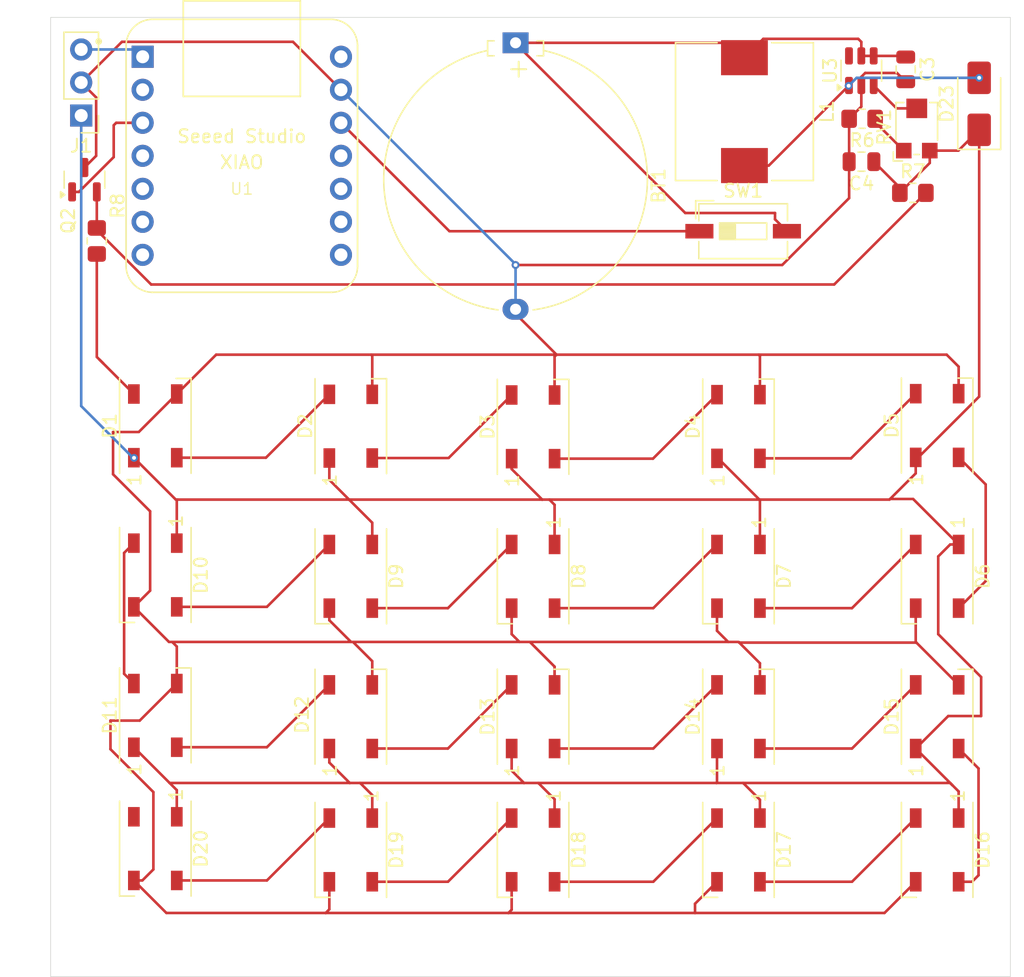
<source format=kicad_pcb>
(kicad_pcb (version 20240108) (generator "pcbnew") (generator_version "8.0")
  (layers (0 "F.Cu" signal) (31 "B.Cu" signal) (34 "B.Paste" user) (35 "F.Paste" user) (36 "B.SilkS" user "B.Silkscreen") (37 "F.SilkS" user "F.Silkscreen") (38 "B.Mask" user) (39 "F.Mask" user) (44 "Edge.Cuts" user))
  (net 0 "")
  (net 1 "GND")
  (net 2 "+3V8")
  (net 3 "+5V")
  (net 4 "Net-(D1-DOUT)")
  (net 5 "DIN")
  (net 6 "Net-(D2-DOUT)")
  (net 7 "Net-(D3-DOUT)")
  (net 8 "Net-(D4-DOUT)")
  (net 9 "Net-(D5-DOUT)")
  (net 10 "Net-(D6-DOUT)")
  (net 11 "Net-(D7-DOUT)")
  (net 12 "Net-(D8-DOUT)")
  (net 13 "Net-(D10-DIN)")
  (net 14 "Net-(D10-DOUT)")
  (net 15 "Net-(D11-DOUT)")
  (net 16 "Net-(D12-DOUT)")
  (net 17 "Net-(D13-DOUT)")
  (net 18 "Net-(D14-DOUT)")
  (net 19 "Net-(D15-DOUT)")
  (net 20 "Net-(D16-DOUT)")
  (net 21 "Net-(D17-DOUT)")
  (net 22 "Net-(D23-A)")
  (net 23 "Net-(Q2-G)")
  (net 24 "Net-(Q2-S)")
  (net 25 "Net-(R6-Pad1)")
  (net 26 "Net-(U3-FB)")
  (net 32 "Net-(SW1-B)")
  (net 34 "Net-(J1-Pin_3)")
  (net 40 "Net-(D18-DOUT)")
  (net 41 "Net-(D19-DOUT)")
  (footprint "LED_SMD:LED_WS2812B_PLCC4_5.0x5.0mm_P3.2mm" (layer "F.Cu") (at 123.58 102.75 90)
    (property "Reference" "D12" (at 0.15 -3.75 90) (layer "F.SilkS"))
    (property "Value" "WS2812B")
    (fp_text user "1" (at -4.15 -1.6 90) (layer "F.SilkS"))
    (pad "1" smd rect (at -2.45 -1.65 90) (size 1.5 0.9) (layers "F.Cu" "F.Paste" "F.Mask") (net 3 "+5V"))
    (pad "2" smd rect (at -2.45 1.65 90) (size 1.5 0.9) (layers "F.Cu" "F.Paste" "F.Mask") (net 16 "Net-(D12-DOUT)"))
    (pad "3" smd rect (at 2.45 1.65 90) (size 1.5 0.9) (layers "F.Cu" "F.Paste" "F.Mask") (net 1 "GND"))
    (pad "4" smd rect (at 2.45 -1.65 90) (size 1.5 0.9) (layers "F.Cu" "F.Paste" "F.Mask") (net 15 "Net-(D11-DOUT)"))
  )
  (footprint "LED_SMD:LED_WS2812B_PLCC4_5.0x5.0mm_P3.2mm" (layer "F.Cu") (at 168.67 80.35 90)
    (property "Reference" "D5" (at 0 -3.5 90) (layer "F.SilkS"))
    (property "Value" "WS2812B")
    (fp_text user "1" (at -4.15 -1.6 90) (layer "F.SilkS"))
    (pad "1" smd rect (at -2.45 -1.65 90) (size 1.5 0.9) (layers "F.Cu" "F.Paste" "F.Mask") (net 3 "+5V"))
    (pad "2" smd rect (at -2.45 1.65 90) (size 1.5 0.9) (layers "F.Cu" "F.Paste" "F.Mask") (net 9 "Net-(D5-DOUT)"))
    (pad "3" smd rect (at 2.45 1.65 90) (size 1.5 0.9) (layers "F.Cu" "F.Paste" "F.Mask") (net 1 "GND"))
    (pad "4" smd rect (at 2.45 -1.65 90) (size 1.5 0.9) (layers "F.Cu" "F.Paste" "F.Mask") (net 8 "Net-(D4-DOUT)"))
  )
  (footprint "Connector_PinHeader_2.54mm:PinHeader_1x03_P2.54mm_Vertical" (layer "F.Cu") (at 102.85 56.5 180)
    (property "Reference" "J1" (at 0 -2.33 0) (layer "F.SilkS"))
    (property "Value" "Conn_01x03_Pin")
    (pad "1" thru_hole rect (at 0 0 180) (size 1.7 1.7) (drill 1) (layers "*.Cu" "*.Mask") (net 3 "+5V"))
    (pad "2" thru_hole oval (at 0 2.54 180) (size 1.7 1.7) (drill 1) (layers "*.Cu" "*.Mask") (net 1 "GND"))
    (pad "3" thru_hole oval (at 0 5.08 180) (size 1.7 1.7) (drill 1) (layers "*.Cu" "*.Mask") (net 34 "Net-(J1-Pin_3)"))
  )
  (footprint "Package_TO_SOT_SMD:SOT-23-6" (layer "F.Cu") (at 162.8375 53.05 90)
    (property "Reference" "U3" (at 0 -2.4 90) (layer "F.SilkS"))
    (property "Value" "MT3608")
    (pad "1" smd roundrect (at -1.1375 -0.95 90) (size 1.325 0.6) (layers "F.Cu" "F.Paste" "F.Mask") (net 22 "Net-(D23-A)"))
    (pad "2" smd roundrect (at -1.1375 0 90) (size 1.325 0.6) (layers "F.Cu" "F.Paste" "F.Mask") (net 1 "GND"))
    (pad "3" smd roundrect (at -1.1375 0.95 90) (size 1.325 0.6) (layers "F.Cu" "F.Paste" "F.Mask") (net 26 "Net-(U3-FB)"))
    (pad "4" smd roundrect (at 1.1375 0.95 90) (size 1.325 0.6) (layers "F.Cu" "F.Paste" "F.Mask") (net 2 "+3V8"))
    (pad "5" smd roundrect (at 1.1375 0 90) (size 1.325 0.6) (layers "F.Cu" "F.Paste" "F.Mask") (net 2 "+3V8"))
    (pad "6" smd roundrect (at 1.1375 -0.95 90) (size 1.325 0.6) (layers "F.Cu" "F.Paste" "F.Mask"))
  )
  (footprint "Resistor_SMD:R_0805_2012Metric_Pad1.20x1.40mm_HandSolder" (layer "F.Cu") (at 166.8 62.45)
    (property "Reference" "R7" (at 0 -1.65 0) (layer "F.SilkS"))
    (property "Value" "10k")
    (pad "1" smd roundrect (at -1 0) (size 1.2 1.4) (layers "F.Cu" "F.Paste" "F.Mask") (roundrect_rratio 0.208333) (net 3 "+5V"))
    (pad "2" smd roundrect (at 1 0) (size 1.2 1.4) (layers "F.Cu" "F.Paste" "F.Mask") (roundrect_rratio 0.208333) (net 24 "Net-(Q2-S)"))
  )
  (footprint "LED_SMD:LED_WS2812B_PLCC4_5.0x5.0mm_P3.2mm" (layer "F.Cu") (at 108.55 80.375 90)
    (property "Reference" "D1" (at 0 -3.5 90) (layer "F.SilkS"))
    (property "Value" "WS2812B")
    (fp_text user "1" (at -4.15 -1.6 90) (layer "F.SilkS"))
    (pad "1" smd rect (at -2.45 -1.65 90) (size 1.5 0.9) (layers "F.Cu" "F.Paste" "F.Mask") (net 3 "+5V"))
    (pad "2" smd rect (at -2.45 1.65 90) (size 1.5 0.9) (layers "F.Cu" "F.Paste" "F.Mask") (net 4 "Net-(D1-DOUT)"))
    (pad "3" smd rect (at 2.45 1.65 90) (size 1.5 0.9) (layers "F.Cu" "F.Paste" "F.Mask") (net 1 "GND"))
    (pad "4" smd rect (at 2.45 -1.65 90) (size 1.5 0.9) (layers "F.Cu" "F.Paste" "F.Mask") (net 5 "DIN"))
  )
  (footprint "LED_SMD:LED_WS2812B_PLCC4_5.0x5.0mm_P3.2mm" (layer "F.Cu") (at 123.58 113 -90)
    (property "Reference" "D19" (at 0 -3.5 90) (layer "F.SilkS"))
    (property "Value" "WS2812B")
    (fp_text user "1" (at -4.15 -1.6 90) (layer "F.SilkS"))
    (pad "1" smd rect (at -2.45 -1.65 270) (size 1.5 0.9) (layers "F.Cu" "F.Paste" "F.Mask") (net 3 "+5V"))
    (pad "2" smd rect (at -2.45 1.65 270) (size 1.5 0.9) (layers "F.Cu" "F.Paste" "F.Mask") (net 41 "Net-(D19-DOUT)"))
    (pad "3" smd rect (at 2.45 1.65 270) (size 1.5 0.9) (layers "F.Cu" "F.Paste" "F.Mask") (net 1 "GND"))
    (pad "4" smd rect (at 2.45 -1.65 270) (size 1.5 0.9) (layers "F.Cu" "F.Paste" "F.Mask") (net 40 "Net-(D18-DOUT)"))
  )
  (footprint "LED_SMD:LED_WS2812B_PLCC4_5.0x5.0mm_P3.2mm" (layer "F.Cu") (at 137.6 80.45 90)
    (property "Reference" "D3" (at 0 -3.5 90) (layer "F.SilkS"))
    (property "Value" "WS2812B")
    (fp_text user "1" (at -4.15 -1.6 90) (layer "F.SilkS"))
    (pad "1" smd rect (at -2.45 -1.65 90) (size 1.5 0.9) (layers "F.Cu" "F.Paste" "F.Mask") (net 3 "+5V"))
    (pad "2" smd rect (at -2.45 1.65 90) (size 1.5 0.9) (layers "F.Cu" "F.Paste" "F.Mask") (net 7 "Net-(D3-DOUT)"))
    (pad "3" smd rect (at 2.45 1.65 90) (size 1.5 0.9) (layers "F.Cu" "F.Paste" "F.Mask") (net 1 "GND"))
    (pad "4" smd rect (at 2.45 -1.65 90) (size 1.5 0.9) (layers "F.Cu" "F.Paste" "F.Mask") (net 6 "Net-(D2-DOUT)"))
  )
  (footprint "Resistor_SMD:R_0805_2012Metric_Pad1.20x1.40mm_HandSolder" (layer "F.Cu") (at 104.05 66.15 -90)
    (property "Reference" "R8" (at -2.7 -1.6 90) (layer "F.SilkS"))
    (property "Value" "100")
    (pad "1" smd roundrect (at -1 0 270) (size 1.2 1.4) (layers "F.Cu" "F.Paste" "F.Mask") (roundrect_rratio 0.208333) (net 24 "Net-(Q2-S)"))
    (pad "2" smd roundrect (at 1 0 270) (size 1.2 1.4) (layers "F.Cu" "F.Paste" "F.Mask") (roundrect_rratio 0.208333) (net 5 "DIN"))
  )
  (footprint "Capacitor_SMD:C_0805_2012Metric" (layer "F.Cu") (at 166.25 52.95 -90)
    (property "Reference" "C3" (at 0 -1.68 90) (layer "F.SilkS"))
    (property "Value" "22uf")
    (pad "1" smd roundrect (at -0.95 0 270) (size 1 1.45) (layers "F.Cu" "F.Paste" "F.Mask") (net 2 "+3V8"))
    (pad "2" smd roundrect (at 0.95 0 270) (size 1 1.45) (layers "F.Cu" "F.Paste" "F.Mask") (net 1 "GND"))
  )
  (footprint "Potentiometer_SMD:Potentiometer_Bourns_TC33X_Vertical" (layer "F.Cu") (at 167.1 57.4 90)
    (property "Reference" "RV1" (at 0 -2.5 90) (layer "F.SilkS"))
    (property "Value" "100k")
    (pad "1" smd rect (at -1.8 -1 90) (size 1.2 1.2) (layers "F.Cu" "F.Paste" "F.Mask") (net 25 "Net-(R6-Pad1)"))
    (pad "2" smd rect (at 1.45 0 90) (size 1.5 1.6) (layers "F.Cu" "F.Paste" "F.Mask") (net 26 "Net-(U3-FB)"))
    (pad "3" smd rect (at -1.8 1 90) (size 1.2 1.2) (layers "F.Cu" "F.Paste" "F.Mask") (net 3 "+5V"))
  )
  (footprint "Capacitor_SMD:C_0805_2012Metric" (layer "F.Cu") (at 162.85 60.05 180)
    (property "Reference" "C4" (at 0 -1.68 0) (layer "F.SilkS"))
    (property "Value" "22uf")
    (pad "1" smd roundrect (at -0.95 0 180) (size 1 1.45) (layers "F.Cu" "F.Paste" "F.Mask") (net 3 "+5V"))
    (pad "2" smd roundrect (at 0.95 0 180) (size 1 1.45) (layers "F.Cu" "F.Paste" "F.Mask") (net 1 "GND"))
  )
  (footprint "LED_SMD:LED_WS2812B_PLCC4_5.0x5.0mm_P3.2mm" (layer "F.Cu") (at 168.67 91.95 -90)
    (property "Reference" "D6" (at 0 -3.5 90) (layer "F.SilkS"))
    (property "Value" "WS2812B")
    (fp_text user "1" (at -4.15 -1.6 90) (layer "F.SilkS"))
    (pad "1" smd rect (at -2.45 -1.65 270) (size 1.5 0.9) (layers "F.Cu" "F.Paste" "F.Mask") (net 3 "+5V"))
    (pad "2" smd rect (at -2.45 1.65 270) (size 1.5 0.9) (layers "F.Cu" "F.Paste" "F.Mask") (net 10 "Net-(D6-DOUT)"))
    (pad "3" smd rect (at 2.45 1.65 270) (size 1.5 0.9) (layers "F.Cu" "F.Paste" "F.Mask") (net 1 "GND"))
    (pad "4" smd rect (at 2.45 -1.65 270) (size 1.5 0.9) (layers "F.Cu" "F.Paste" "F.Mask") (net 9 "Net-(D5-DOUT)"))
  )
  (footprint "LED_SMD:LED_WS2812B_PLCC4_5.0x5.0mm_P3.2mm" (layer "F.Cu") (at 108.55 91.85 -90)
    (property "Reference" "D10" (at 0 -3.5 90) (layer "F.SilkS"))
    (property "Value" "WS2812B")
    (fp_text user "1" (at -4.15 -1.6 90) (layer "F.SilkS"))
    (pad "1" smd rect (at -2.45 -1.65 270) (size 1.5 0.9) (layers "F.Cu" "F.Paste" "F.Mask") (net 3 "+5V"))
    (pad "2" smd rect (at -2.45 1.65 270) (size 1.5 0.9) (layers "F.Cu" "F.Paste" "F.Mask") (net 14 "Net-(D10-DOUT)"))
    (pad "3" smd rect (at 2.45 1.65 270) (size 1.5 0.9) (layers "F.Cu" "F.Paste" "F.Mask") (net 1 "GND"))
    (pad "4" smd rect (at 2.45 -1.65 270) (size 1.5 0.9) (layers "F.Cu" "F.Paste" "F.Mask") (net 13 "Net-(D10-DIN)"))
  )
  (footprint "Button_Switch_SMD:SW_DIP_SPSTx01_Slide_6.7x4.1mm_W6.73mm_P2.54mm_LowProfile_JPin" (layer "F.Cu") (at 153.75 65.4)
    (property "Reference" "SW1" (at 0 -3.11 0) (layer "F.SilkS"))
    (property "Value" "SW_SPDT_312")
    (pad "1" smd rect (at -3.365 0) (size 2.16 1.12) (layers "F.Cu" "F.Paste" "F.Mask") (net 32 "Net-(SW1-B)"))
    (pad "2" smd rect (at 3.365 0) (size 2.16 1.12) (layers "F.Cu" "F.Paste" "F.Mask") (net 2 "+3V8"))
  )
  (footprint "LED_SMD:LED_WS2812B_PLCC4_5.0x5.0mm_P3.2mm" (layer "F.Cu") (at 108.55 112.9 -90)
    (property "Reference" "D20" (at 0 -3.5 90) (layer "F.SilkS"))
    (property "Value" "WS2812B")
    (fp_text user "1" (at -4.15 -1.6 90) (layer "F.SilkS"))
    (pad "1" smd rect (at -2.45 -1.65 270) (size 1.5 0.9) (layers "F.Cu" "F.Paste" "F.Mask") (net 3 "+5V"))
    (pad "2" smd rect (at -2.45 1.65 270) (size 1.5 0.9) (layers "F.Cu" "F.Paste" "F.Mask"))
    (pad "3" smd rect (at 2.45 1.65 270) (size 1.5 0.9) (layers "F.Cu" "F.Paste" "F.Mask") (net 1 "GND"))
    (pad "4" smd rect (at 2.45 -1.65 270) (size 1.5 0.9) (layers "F.Cu" "F.Paste" "F.Mask") (net 41 "Net-(D19-DOUT)"))
  )
  (footprint "LED_SMD:LED_WS2812B_PLCC4_5.0x5.0mm_P3.2mm" (layer "F.Cu") (at 168.67 102.75 90)
    (property "Reference" "D15" (at 0 -3.5 90) (layer "F.SilkS"))
    (property "Value" "WS2812B")
    (fp_text user "1" (at -4.15 -1.6 90) (layer "F.SilkS"))
    (pad "1" smd rect (at -2.45 -1.65 90) (size 1.5 0.9) (layers "F.Cu" "F.Paste" "F.Mask") (net 3 "+5V"))
    (pad "2" smd rect (at -2.45 1.65 90) (size 1.5 0.9) (layers "F.Cu" "F.Paste" "F.Mask") (net 19 "Net-(D15-DOUT)"))
    (pad "3" smd rect (at 2.45 1.65 90) (size 1.5 0.9) (layers "F.Cu" "F.Paste" "F.Mask") (net 1 "GND"))
    (pad "4" smd rect (at 2.45 -1.65 90) (size 1.5 0.9) (layers "F.Cu" "F.Paste" "F.Mask") (net 18 "Net-(D14-DOUT)"))
  )
  (footprint "LED_SMD:LED_WS2812B_PLCC4_5.0x5.0mm_P3.2mm" (layer "F.Cu") (at 153.39 91.95 -90)
    (property "Reference" "D7" (at 0 -3.5 90) (layer "F.SilkS"))
    (property "Value" "WS2812B")
    (fp_text user "1" (at -4.15 -1.6 90) (layer "F.SilkS"))
    (pad "1" smd rect (at -2.45 -1.65 270) (size 1.5 0.9) (layers "F.Cu" "F.Paste" "F.Mask") (net 3 "+5V"))
    (pad "2" smd rect (at -2.45 1.65 270) (size 1.5 0.9) (layers "F.Cu" "F.Paste" "F.Mask") (net 11 "Net-(D7-DOUT)"))
    (pad "3" smd rect (at 2.45 1.65 270) (size 1.5 0.9) (layers "F.Cu" "F.Paste" "F.Mask") (net 1 "GND"))
    (pad "4" smd rect (at 2.45 -1.65 270) (size 1.5 0.9) (layers "F.Cu" "F.Paste" "F.Mask") (net 10 "Net-(D6-DOUT)"))
  )
  (footprint "LED_SMD:LED_WS2812B_PLCC4_5.0x5.0mm_P3.2mm" (layer "F.Cu") (at 137.6 113 -90)
    (property "Reference" "D18" (at 0 -3.5 90) (layer "F.SilkS"))
    (property "Value" "WS2812B")
    (fp_text user "1" (at -4.15 -1.6 90) (layer "F.SilkS"))
    (pad "1" smd rect (at -2.45 -1.65 270) (size 1.5 0.9) (layers "F.Cu" "F.Paste" "F.Mask") (net 3 "+5V"))
    (pad "2" smd rect (at -2.45 1.65 270) (size 1.5 0.9) (layers "F.Cu" "F.Paste" "F.Mask") (net 40 "Net-(D18-DOUT)"))
    (pad "3" smd rect (at 2.45 1.65 270) (size 1.5 0.9) (layers "F.Cu" "F.Paste" "F.Mask") (net 1 "GND"))
    (pad "4" smd rect (at 2.45 -1.65 270) (size 1.5 0.9) (layers "F.Cu" "F.Paste" "F.Mask") (net 21 "Net-(D17-DOUT)"))
  )
  (footprint "LED_SMD:LED_WS2812B_PLCC4_5.0x5.0mm_P3.2mm" (layer "F.Cu") (at 123.58 91.95 -90)
    (property "Reference" "D9" (at 0 -3.5 90) (layer "F.SilkS"))
    (property "Value" "WS2812B")
    (pad "1" smd rect (at -2.45 -1.65 270) (size 1.5 0.9) (layers "F.Cu" "F.Paste" "F.Mask") (net 3 "+5V"))
    (pad "2" smd rect (at -2.45 1.65 270) (size 1.5 0.9) (layers "F.Cu" "F.Paste" "F.Mask") (net 13 "Net-(D10-DIN)"))
    (pad "3" smd rect (at 2.45 1.65 270) (size 1.5 0.9) (layers "F.Cu" "F.Paste" "F.Mask") (net 1 "GND"))
    (pad "4" smd rect (at 2.45 -1.65 270) (size 1.5 0.9) (layers "F.Cu" "F.Paste" "F.Mask") (net 12 "Net-(D8-DOUT)"))
  )
  (footprint "Inductor_SMD:L_10.4x10.4_H4.8" (layer "F.Cu") (at 153.85 56.2 -90)
    (property "Reference" "L1" (at 0 -6.35 90) (layer "F.SilkS"))
    (property "Value" "L_Small")
    (pad "1" smd rect (at -4.15 0 270) (size 2.7 3.6) (layers "F.Cu" "F.Paste" "F.Mask") (net 2 "+3V8"))
    (pad "2" smd rect (at 4.15 0 270) (size 2.7 3.6) (layers "F.Cu" "F.Paste" "F.Mask") (net 22 "Net-(D23-A)"))
  )
  (footprint "Seeed Studio XIAO Series Library:XIAO-Generic-Thruhole-14P-2.54-21X17.8MM" (layer "F.Cu") (at 115.2 59.6)
    (property "Reference" "U1" (at 0 2.54 0) (layer "F.SilkS") (effects (font (size 0.889 0.889) (thickness 0.1016))))
    (property "Value" "MOUDLE-SEEEDUINO-XIAO-ESP32C3" (hide yes))
    (fp_text user "Seeed Studio" (at 0 -1.5 0) (layer "F.SilkS"))
    (fp_text user "XIAO" (at 0 0.5 0) (layer "F.SilkS"))
    (pad "1" thru_hole rect (at -7.625 -7.62) (size 1.7 1.7) (drill 1) (layers "*.Cu" "*.Mask") (net 34 "Net-(J1-Pin_3)"))
    (pad "2" thru_hole circle (at -7.625 -5.08) (size 1.7 1.7) (drill 1) (layers "*.Cu" "*.Mask"))
    (pad "3" thru_hole circle (at -7.625 -2.54) (size 1.7 1.7) (drill 1) (layers "*.Cu" "*.Mask") (net 23 "Net-(Q2-G)"))
    (pad "4" thru_hole circle (at -7.625 0) (size 1.7 1.7) (drill 1) (layers "*.Cu" "*.Mask"))
    (pad "5" thru_hole circle (at -7.625 2.54) (size 1.7 1.7) (drill 1) (layers "*.Cu" "*.Mask"))
    (pad "6" thru_hole circle (at -7.625 5.08 180) (size 1.7 1.7) (drill 1) (layers "*.Cu" "*.Mask"))
    (pad "7" thru_hole circle (at -7.625 7.62) (size 1.7 1.7) (drill 1) (layers "*.Cu" "*.Mask"))
    (pad "8" thru_hole circle (at 7.625 7.62) (size 1.7 1.7) (drill 1) (layers "*.Cu" "*.Mask"))
    (pad "9" thru_hole circle (at 7.625 5.08) (size 1.7 1.7) (drill 1) (layers "*.Cu" "*.Mask"))
    (pad "10" thru_hole circle (at 7.625 2.54) (size 1.7 1.7) (drill 1) (layers "*.Cu" "*.Mask"))
    (pad "11" thru_hole circle (at 7.625 0) (size 1.7 1.7) (drill 1) (layers "*.Cu" "*.Mask"))
    (pad "12" thru_hole circle (at 7.625 -2.54) (size 1.7 1.7) (drill 1) (layers "*.Cu" "*.Mask") (net 32 "Net-(SW1-B)"))
    (pad "13" thru_hole circle (at 7.625 -5.08) (size 1.7 1.7) (drill 1) (layers "*.Cu" "*.Mask") (net 1 "GND"))
    (pad "14" thru_hole circle (at 7.625 -7.62) (size 1.7 1.7) (drill 1) (layers "*.Cu" "*.Mask"))
  )
  (footprint "LED_SMD:LED_WS2812B_PLCC4_5.0x5.0mm_P3.2mm" (layer "F.Cu") (at 153.39 102.75 90)
    (property "Reference" "D14" (at 0 -3.5 90) (layer "F.SilkS"))
    (property "Value" "WS2812B")
    (fp_text user "1" (at -4.15 -1.6 90) (layer "F.SilkS"))
    (pad "1" smd rect (at -2.45 -1.65 90) (size 1.5 0.9) (layers "F.Cu" "F.Paste" "F.Mask") (net 3 "+5V"))
    (pad "2" smd rect (at -2.45 1.65 90) (size 1.5 0.9) (layers "F.Cu" "F.Paste" "F.Mask") (net 18 "Net-(D14-DOUT)"))
    (pad "3" smd rect (at 2.45 1.65 90) (size 1.5 0.9) (layers "F.Cu" "F.Paste" "F.Mask") (net 1 "GND"))
    (pad "4" smd rect (at 2.45 -1.65 90) (size 1.5 0.9) (layers "F.Cu" "F.Paste" "F.Mask") (net 17 "Net-(D13-DOUT)"))
  )
  (footprint "LED_SMD:LED_WS2812B_PLCC4_5.0x5.0mm_P3.2mm" (layer "F.Cu") (at 153.39 80.425 90)
    (property "Reference" "D4" (at 0 -3.5 90) (layer "F.SilkS"))
    (property "Value" "WS2812B")
    (fp_text user "1" (at -4.15 -1.6 90) (layer "F.SilkS"))
    (pad "1" smd rect (at -2.45 -1.65 90) (size 1.5 0.9) (layers "F.Cu" "F.Paste" "F.Mask") (net 3 "+5V"))
    (pad "2" smd rect (at -2.45 1.65 90) (size 1.5 0.9) (layers "F.Cu" "F.Paste" "F.Mask") (net 8 "Net-(D4-DOUT)"))
    (pad "3" smd rect (at 2.45 1.65 90) (size 1.5 0.9) (layers "F.Cu" "F.Paste" "F.Mask") (net 1 "GND"))
    (pad "4" smd rect (at 2.45 -1.65 90) (size 1.5 0.9) (layers "F.Cu" "F.Paste" "F.Mask") (net 7 "Net-(D3-DOUT)"))
  )
  (footprint "LED_SMD:LED_WS2812B_PLCC4_5.0x5.0mm_P3.2mm" (layer "F.Cu") (at 108.55 102.65 90)
    (property "Reference" "D11" (at 0 -3.5 90) (layer "F.SilkS"))
    (property "Value" "WS2812B")
    (fp_text user "1" (at -4.15 -1.6 90) (layer "F.SilkS"))
    (pad "1" smd rect (at -2.45 -1.65 90) (size 1.5 0.9) (layers "F.Cu" "F.Paste" "F.Mask") (net 3 "+5V"))
    (pad "2" smd rect (at -2.45 1.65 90) (size 1.5 0.9) (layers "F.Cu" "F.Paste" "F.Mask") (net 15 "Net-(D11-DOUT)"))
    (pad "3" smd rect (at 2.45 1.65 90) (size 1.5 0.9) (layers "F.Cu" "F.Paste" "F.Mask") (net 1 "GND"))
    (pad "4" smd rect (at 2.45 -1.65 90) (size 1.5 0.9) (layers "F.Cu" "F.Paste" "F.Mask") (net 14 "Net-(D10-DOUT)"))
  )
  (footprint "LED_SMD:LED_WS2812B_PLCC4_5.0x5.0mm_P3.2mm" (layer "F.Cu") (at 123.58 80.4 90)
    (property "Reference" "D2" (at 0 -3.5 90) (layer "F.SilkS"))
    (property "Value" "WS2812B")
    (fp_text user "1" (at -4.15 -1.6 90) (layer "F.SilkS"))
    (pad "1" smd rect (at -2.45 -1.65 90) (size 1.5 0.9) (layers "F.Cu" "F.Paste" "F.Mask") (net 3 "+5V"))
    (pad "2" smd rect (at -2.45 1.65 90) (size 1.5 0.9) (layers "F.Cu" "F.Paste" "F.Mask") (net 6 "Net-(D2-DOUT)"))
    (pad "3" smd rect (at 2.45 1.65 90) (size 1.5 0.9) (layers "F.Cu" "F.Paste" "F.Mask") (net 1 "GND"))
    (pad "4" smd rect (at 2.45 -1.65 90) (size 1.5 0.9) (layers "F.Cu" "F.Paste" "F.Mask") (net 4 "Net-(D1-DOUT)"))
  )
  (footprint "LED_SMD:LED_WS2812B_PLCC4_5.0x5.0mm_P3.2mm" (layer "F.Cu") (at 137.6 102.75 90)
    (property "Reference" "D13" (at 0 -3.5 90) (layer "F.SilkS"))
    (property "Value" "WS2812B")
    (fp_text user "1" (at -4.15 -1.6 90) (layer "F.SilkS"))
    (pad "1" smd rect (at -2.45 -1.65 90) (size 1.5 0.9) (layers "F.Cu" "F.Paste" "F.Mask") (net 3 "+5V"))
    (pad "2" smd rect (at -2.45 1.65 90) (size 1.5 0.9) (layers "F.Cu" "F.Paste" "F.Mask") (net 17 "Net-(D13-DOUT)"))
    (pad "3" smd rect (at 2.45 1.65 90) (size 1.5 0.9) (layers "F.Cu" "F.Paste" "F.Mask") (net 1 "GND"))
    (pad "4" smd rect (at 2.45 -1.65 90) (size 1.5 0.9) (layers "F.Cu" "F.Paste" "F.Mask") (net 16 "Net-(D12-DOUT)"))
  )
  (footprint "Diode_SMD:D_SMA" (layer "F.Cu") (at 171.9 55.6 90)
    (property "Reference" "D23" (at 0 -2.5 90) (layer "F.SilkS"))
    (property "Value" "SS34")
    (pad "1" smd roundrect (at -2 0 90) (size 2.5 1.8) (layers "F.Cu" "F.Paste" "F.Mask") (roundrect_rratio 0.1388888889) (net 3 "+5V"))
    (pad "2" smd roundrect (at 2 0 90) (size 2.5 1.8) (layers "F.Cu" "F.Paste" "F.Mask") (roundrect_rratio 0.1388888889) (net 22 "Net-(D23-A)"))
  )
  (footprint "LED_SMD:LED_WS2812B_PLCC4_5.0x5.0mm_P3.2mm" (layer "F.Cu") (at 137.6 91.95 -90)
    (property "Reference" "D8" (at 0 -3.5 90) (layer "F.SilkS"))
    (property "Value" "WS2812B")
    (fp_text user "1" (at -4.15 -1.6 90) (layer "F.SilkS"))
    (pad "1" smd rect (at -2.45 -1.65 270) (size 1.5 0.9) (layers "F.Cu" "F.Paste" "F.Mask") (net 3 "+5V"))
    (pad "2" smd rect (at -2.45 1.65 270) (size 1.5 0.9) (layers "F.Cu" "F.Paste" "F.Mask") (net 12 "Net-(D8-DOUT)"))
    (pad "3" smd rect (at 2.45 1.65 270) (size 1.5 0.9) (layers "F.Cu" "F.Paste" "F.Mask") (net 1 "GND"))
    (pad "4" smd rect (at 2.45 -1.65 270) (size 1.5 0.9) (layers "F.Cu" "F.Paste" "F.Mask") (net 11 "Net-(D7-DOUT)"))
  )
  (footprint "Battery:Battery_Panasonic_CR2032-HFN_Horizontal_CircularHoles" (layer "F.Cu") (at 136.25 50.905 -90)
    (property "Reference" "BT1" (at 11 -11 90) (layer "F.SilkS"))
    (property "Value" "Battery_Cell")
    (fp_text user "+" (at 2.032 -0.127 90) (layer "F.SilkS") (effects (font (size 1.5 1.5))))
    (pad "1" thru_hole rect (at 0 0 270) (size 1.6 2) (drill 0.85) (layers "*.Cu" "*.Mask") (net 2 "+3V8"))
    (pad "2" thru_hole oval (at 20.5 0 270) (size 1.6 2) (drill 0.85) (layers "*.Cu" "*.Mask") (net 1 "GND"))
  )
  (footprint "LED_SMD:LED_WS2812B_PLCC4_5.0x5.0mm_P3.2mm" (layer "F.Cu") (at 168.67 113 -90)
    (property "Reference" "D16" (at 0 -3.5 90) (layer "F.SilkS"))
    (property "Value" "WS2812B")
    (fp_text user "1" (at -4.15 -1.6 90) (layer "F.SilkS"))
    (pad "1" smd rect (at -2.45 -1.65 270) (size 1.5 0.9) (layers "F.Cu" "F.Paste" "F.Mask") (net 3 "+5V"))
    (pad "2" smd rect (at -2.45 1.65 270) (size 1.5 0.9) (layers "F.Cu" "F.Paste" "F.Mask") (net 20 "Net-(D16-DOUT)"))
    (pad "3" smd rect (at 2.45 1.65 270) (size 1.5 0.9) (layers "F.Cu" "F.Paste" "F.Mask") (net 1 "GND"))
    (pad "4" smd rect (at 2.45 -1.65 270) (size 1.5 0.9) (layers "F.Cu" "F.Paste" "F.Mask") (net 19 "Net-(D15-DOUT)"))
  )
  (footprint "Resistor_SMD:R_0805_2012Metric_Pad1.20x1.40mm_HandSolder" (layer "F.Cu") (at 162.9 56.75 180)
    (property "Reference" "R6" (at 0 -1.65 0) (layer "F.SilkS"))
    (property "Value" "2.2k")
    (pad "1" smd roundrect (at -1 0 180) (size 1.2 1.4) (layers "F.Cu" "F.Paste" "F.Mask") (roundrect_rratio 0.208333) (net 25 "Net-(R6-Pad1)"))
    (pad "2" smd roundrect (at 1 0 180) (size 1.2 1.4) (layers "F.Cu" "F.Paste" "F.Mask") (roundrect_rratio 0.208333) (net 1 "GND"))
  )
  (footprint "LED_SMD:LED_WS2812B_PLCC4_5.0x5.0mm_P3.2mm" (layer "F.Cu") (at 153.39 113 -90)
    (property "Reference" "D17" (at 0 -3.5 90) (layer "F.SilkS"))
    (property "Value" "WS2812B")
    (fp_text user "1" (at -4.15 -1.6 90) (layer "F.SilkS"))
    (pad "1" smd rect (at -2.45 -1.65 270) (size 1.5 0.9) (layers "F.Cu" "F.Paste" "F.Mask") (net 3 "+5V"))
    (pad "2" smd rect (at -2.45 1.65 270) (size 1.5 0.9) (layers "F.Cu" "F.Paste" "F.Mask") (net 21 "Net-(D17-DOUT)"))
    (pad "3" smd rect (at 2.45 1.65 270) (size 1.5 0.9) (layers "F.Cu" "F.Paste" "F.Mask") (net 1 "GND"))
    (pad "4" smd rect (at 2.45 -1.65 270) (size 1.5 0.9) (layers "F.Cu" "F.Paste" "F.Mask") (net 20 "Net-(D16-DOUT)"))
  )
  (footprint "Package_TO_SOT_SMD:SOT-23" (layer "F.Cu") (at 103.1 61.4375 90)
    (property "Reference" "Q2" (at -3.1625 -1.25 90) (layer "F.SilkS"))
    (property "Value" "AO3400A")
    (pad "1" smd roundrect (at -0.9375 -0.95 90) (size 1.475 0.6) (layers "F.Cu" "F.Paste" "F.Mask") (net 23 "Net-(Q2-G)"))
    (pad "2" smd roundrect (at -0.9375 0.95 90) (size 1.475 0.6) (layers "F.Cu" "F.Paste" "F.Mask") (net 24 "Net-(Q2-S)"))
    (pad "3" smd roundrect (at 0.9375 0 90) (size 1.475 0.6) (layers "F.Cu" "F.Paste" "F.Mask") (net 1 "GND"))
  )
  (gr_rect (start 100.5 48.95) (end 174.3 122.75) (stroke (width 0.05)) (fill none) (layer "Edge.Cuts"))
  (segment (start 105.1 103.05) (end 107.35 103.05) (width 0.2) (layer "F.Cu") (net 1))
  (segment (start 125.23 77.95) (end 125.23 74.98) (width 0.2) (layer "F.Cu") (net 1))
  (segment (start 153.4 97) (end 153.45 97.05) (width 0.2) (layer "F.Cu") (net 1))
  (segment (start 108.15 86.95) (end 105.3 84.1) (width 0.2) (layer "F.Cu") (net 1))
  (segment (start 110.2 100.2) (end 110.2 97.35) (width 0.2) (layer "F.Cu") (net 1))
  (segment (start 136.25 71.75) (end 139.4 74.9) (width 0.2) (layer "F.Cu") (net 1))
  (segment (start 106.9 94.3) (end 109.6 97) (width 0.2) (layer "F.Cu") (net 1))
  (segment (start 162.8375 53.525001) (end 163.137501 53.225) (width 0.2) (layer "F.Cu") (net 1))
  (segment (start 154.95 74.9) (end 169.4 74.9) (width 0.2) (layer "F.Cu") (net 1))
  (segment (start 109.85 97) (end 123.6 97) (width 0.2) (layer "F.Cu") (net 1))
  (segment (start 135.95 115.45) (end 135.95 117.6) (width 0.2) (layer "F.Cu") (net 1))
  (segment (start 164.62 117.85) (end 167.02 115.45) (width 0.2) (layer "F.Cu") (net 1))
  (segment (start 106.9 115.35) (end 107.55 115.35) (width 0.2) (layer "F.Cu") (net 1))
  (segment (start 137.35 97) (end 152.6 97) (width 0.2) (layer "F.Cu") (net 1))
  (segment (start 103.1 60.5) (end 104 59.6) (width 0.2) (layer "F.Cu") (net 1))
  (segment (start 121.93 117.57) (end 121.65 117.85) (width 0.2) (layer "F.Cu") (net 1))
  (segment (start 155.04 77.975) (end 155.04 74.99) (width 0.2) (layer "F.Cu") (net 1))
  (segment (start 121.93 115.45) (end 121.93 117.57) (width 0.2) (layer "F.Cu") (net 1))
  (segment (start 139.25 78) (end 139.25 75.05) (width 0.2) (layer "F.Cu") (net 1))
  (segment (start 151.74 96.14) (end 152.6 97) (width 0.2) (layer "F.Cu") (net 1))
  (segment (start 162.8375 54.1875) (end 162.8375 55.8125) (width 0.2) (layer "F.Cu") (net 1))
  (segment (start 151.74 94.4) (end 151.74 96.14) (width 0.2) (layer "F.Cu") (net 1))
  (segment (start 104 59.6) (end 104 55.11) (width 0.2) (layer "F.Cu") (net 1))
  (segment (start 169.4 74.9) (end 170.32 75.82) (width 0.2) (layer "F.Cu") (net 1))
  (segment (start 167.07 97.05) (end 153.45 97.05) (width 0.2) (layer "F.Cu") (net 1))
  (segment (start 135.95 117.6) (end 135.7 117.85) (width 0.2) (layer "F.Cu") (net 1))
  (segment (start 122.825 54.52) (end 119.135 50.83) (width 0.2) (layer "F.Cu") (net 1))
  (segment (start 156.755 68) (end 136.25 68) (width 0.2) (layer "F.Cu") (net 1))
  (segment (start 163.137501 53.225) (end 165.575 53.225) (width 0.2) (layer "F.Cu") (net 1))
  (segment (start 123.6 97) (end 123.75 97) (width 0.2) (layer "F.Cu") (net 1))
  (segment (start 119.135 50.83) (end 105.98 50.83) (width 0.2) (layer "F.Cu") (net 1))
  (segment (start 150.05 117.14) (end 151.74 115.45) (width 0.2) (layer "F.Cu") (net 1))
  (segment (start 106.9 115.35) (end 109.4 117.85) (width 0.2) (layer "F.Cu") (net 1))
  (segment (start 108.15 93.05) (end 108.15 86.95) (width 0.2) (layer "F.Cu") (net 1))
  (segment (start 139.25 98.9) (end 137.35 97) (width 0.2) (layer "F.Cu") (net 1))
  (segment (start 139.25 75.05) (end 139.4 74.9) (width 0.2) (layer "F.Cu") (net 1))
  (segment (start 155.04 98.64) (end 155.04 100.3) (width 0.2) (layer "F.Cu") (net 1))
  (segment (start 105.1 105.25) (end 105.1 103.05) (width 0.2) (layer "F.Cu") (net 1))
  (segment (start 167.02 97) (end 167.07 97.05) (width 0.2) (layer "F.Cu") (net 1))
  (segment (start 123.75 97) (end 136.55 97) (width 0.2) (layer "F.Cu") (net 1))
  (segment (start 162.8375 54.1875) (end 162.8375 53.525001) (width 0.2) (layer "F.Cu") (net 1))
  (segment (start 110.2 77.925) (end 113.225 74.9) (width 0.2) (layer "F.Cu") (net 1))
  (segment (start 121.93 95.33) (end 123.6 97) (width 0.2) (layer "F.Cu") (net 1))
  (segment (start 162.8375 55.8125) (end 161.9 56.75) (width 0.2) (layer "F.Cu") (net 1))
  (segment (start 161.9 60.05) (end 161.9 62.855) (width 0.2) (layer "F.Cu") (net 1))
  (segment (start 136.55 97) (end 137.35 97) (width 0.2) (layer "F.Cu") (net 1))
  (segment (start 170.32 100.3) (end 167.07 97.05) (width 0.2) (layer "F.Cu") (net 1))
  (segment (start 125.23 100.3) (end 125.23 98.48) (width 0.2) (layer "F.Cu") (net 1))
  (segment (start 153.45 97.05) (end 155.04 98.64) (width 0.2) (layer "F.Cu") (net 1))
  (segment (start 107.35 103.05) (end 110.2 100.2) (width 0.2) (layer "F.Cu") (net 1))
  (segment (start 105.98 50.83) (end 102.85 53.96) (width 0.2) (layer "F.Cu") (net 1))
  (segment (start 105.3 84.1) (end 105.3 80.85) (width 0.2) (layer "F.Cu") (net 1))
  (segment (start 125.23 98.48) (end 123.75 97) (width 0.2) (layer "F.Cu") (net 1))
  (segment (start 135.95 96.4) (end 136.55 97) (width 0.2) (layer "F.Cu") (net 1))
  (segment (start 150.05 117.85) (end 150.05 117.14) (width 0.2) (layer "F.Cu") (net 1))
  (segment (start 108.4 114.5) (end 108.4 108.55) (width 0.2) (layer "F.Cu") (net 1))
  (segment (start 105.3 80.85) (end 107.275 80.85) (width 0.2) (layer "F.Cu") (net 1))
  (segment (start 161.9 62.855) (end 156.755 68) (width 0.2) (layer "F.Cu") (net 1))
  (segment (start 106.9 94.3) (end 108.15 93.05) (width 0.2) (layer "F.Cu") (net 1))
  (segment (start 135.95 94.4) (end 135.95 96.4) (width 0.2) (layer "F.Cu") (net 1))
  (segment (start 107.275 80.85) (end 110.2 77.925) (width 0.2) (layer "F.Cu") (net 1))
  (segment (start 161.9 56.75) (end 161.9 60.05) (width 0.2) (layer "F.Cu") (net 1))
  (segment (start 139.4 74.9) (end 154.95 74.9) (width 0.2) (layer "F.Cu") (net 1))
  (segment (start 107.55 115.35) (end 108.4 114.5) (width 0.2) (layer "F.Cu") (net 1))
  (segment (start 139.25 100.3) (end 139.25 98.9) (width 0.2) (layer "F.Cu") (net 1))
  (segment (start 155.04 74.99) (end 154.95 74.9) (width 0.2) (layer "F.Cu") (net 1))
  (segment (start 135.7 117.85) (end 150.05 117.85) (width 0.2) (layer "F.Cu") (net 1))
  (segment (start 165.575 53.225) (end 166.25 53.9) (width 0.2) (layer "F.Cu") (net 1))
  (segment (start 121.93 94.4) (end 121.93 95.33) (width 0.2) (layer "F.Cu") (net 1))
  (segment (start 152.6 97) (end 153.4 97) (width 0.2) (layer "F.Cu") (net 1))
  (segment (start 109.6 97) (end 109.85 97) (width 0.2) (layer "F.Cu") (net 1))
  (segment (start 109.4 117.85) (end 121.65 117.85) (width 0.2) (layer "F.Cu") (net 1))
  (segment (start 108.4 108.55) (end 105.1 105.25) (width 0.2) (layer "F.Cu") (net 1))
  (segment (start 125.23 74.98) (end 125.15 74.9) (width 0.2) (layer "F.Cu") (net 1))
  (segment (start 121.65 117.85) (end 135.7 117.85) (width 0.2) (layer "F.Cu") (net 1))
  (segment (start 125.15 74.9) (end 139.4 74.9) (width 0.2) (layer "F.Cu") (net 1))
  (segment (start 113.225 74.9) (end 125.15 74.9) (width 0.2) (layer "F.Cu") (net 1))
  (segment (start 167.02 94.4) (end 167.02 97) (width 0.2) (layer "F.Cu") (net 1))
  (segment (start 150.05 117.85) (end 164.62 117.85) (width 0.2) (layer "F.Cu") (net 1))
  (segment (start 110.2 97.35) (end 109.85 97) (width 0.2) (layer "F.Cu") (net 1))
  (segment (start 170.32 75.82) (end 170.32 77.9) (width 0.2) (layer "F.Cu") (net 1))
  (segment (start 104 55.11) (end 102.85 53.96) (width 0.2) (layer "F.Cu") (net 1))
  (via (at 136.25 68) (size 0.6) (drill 0.3) (layers "F.Cu" "B.Cu") (net 1))
  (segment (start 136.25 68) (end 136.25 67.945) (width 0.2) (layer "B.Cu") (net 1))
  (segment (start 136.25 71.405) (end 136.25 68) (width 0.2) (layer "B.Cu") (net 1))
  (segment (start 136.25 67.945) (end 122.825 54.52) (width 0.2) (layer "B.Cu") (net 1))
  (segment (start 156.2 64) (end 156.2 64.485) (width 0.2) (layer "F.Cu") (net 2))
  (segment (start 149.3 64) (end 156.2 64) (width 0.2) (layer "F.Cu") (net 2))
  (segment (start 153.85 52.05) (end 155.3 50.6) (width 0.2) (layer "F.Cu") (net 2))
  (segment (start 152.705 50.905) (end 153.85 52.05) (width 0.2) (layer "F.Cu") (net 2))
  (segment (start 162.6 50.6) (end 162.8375 50.8375) (width 0.2) (layer "F.Cu") (net 2))
  (segment (start 136.25 50.905) (end 152.705 50.905) (width 0.2) (layer "F.Cu") (net 2))
  (segment (start 162.8375 50.8375) (end 162.8375 51.9125) (width 0.2) (layer "F.Cu") (net 2))
  (segment (start 166.1625 51.9125) (end 166.25 52) (width 0.2) (layer "F.Cu") (net 2))
  (segment (start 136.25 50.905) (end 136.25 50.95) (width 0.2) (layer "F.Cu") (net 2))
  (segment (start 155.3 50.6) (end 162.6 50.6) (width 0.2) (layer "F.Cu") (net 2))
  (segment (start 136.25 50.95) (end 149.3 64) (width 0.2) (layer "F.Cu") (net 2))
  (segment (start 163.7875 51.9125) (end 166.1625 51.9125) (width 0.2) (layer "F.Cu") (net 2))
  (segment (start 162.8375 51.9125) (end 163.7875 51.9125) (width 0.2) (layer "F.Cu") (net 2))
  (segment (start 156.2 64.485) (end 157.115 65.4) (width 0.2) (layer "F.Cu") (net 2))
  (segment (start 110.125 86.05) (end 110.25 86.05) (width 0.2) (layer "F.Cu") (net 3))
  (segment (start 170.32 110.55) (end 170.32 108.5) (width 0.2) (layer "F.Cu") (net 3))
  (segment (start 155.04 89.5) (end 155.04 86.09) (width 0.2) (layer "F.Cu") (net 3))
  (segment (start 138.3 86.05) (end 138.85 86.05) (width 0.2) (layer "F.Cu") (net 3))
  (segment (start 169.835 108.015) (end 167.02 105.2) (width 0.2) (layer "F.Cu") (net 3))
  (segment (start 165.8 62.05) (end 163.8 60.05) (width 0.2) (layer "F.Cu") (net 3))
  (segment (start 110.2 86.1) (end 110.25 86.05) (width 0.2) (layer "F.Cu") (net 3))
  (segment (start 165.05 86) (end 167.02 84.03) (width 0.2) (layer "F.Cu") (net 3))
  (segment (start 138 107.85) (end 151.7 107.85) (width 0.2) (layer "F.Cu") (net 3))
  (segment (start 169.67 107.85) (end 169.835 108.015) (width 0.2) (layer "F.Cu") (net 3))
  (segment (start 125.23 87.83) (end 123.45 86.05) (width 0.2) (layer "F.Cu") (net 3))
  (segment (start 151.7 107.85) (end 153.75 107.85) (width 0.2) (layer "F.Cu") (net 3))
  (segment (start 151.74 105.2) (end 151.74 107.81) (width 0.2) (layer "F.Cu") (net 3))
  (segment (start 106.9125 82.8375) (end 110.125 86.05) (width 0.2) (layer "F.Cu") (net 3))
  (segment (start 168.75 96.4) (end 172.05 99.7) (width 0.2) (layer "F.Cu") (net 3))
  (segment (start 170.32 108.5) (end 169.835 108.015) (width 0.2) (layer "F.Cu") (net 3))
  (segment (start 167.22 82.8) (end 171.9 78.12) (width 0.2) (layer "F.Cu") (net 3))
  (segment (start 139.25 110.55) (end 139.25 109.1) (width 0.2) (layer "F.Cu") (net 3))
  (segment (start 155 86.05) (end 165 86.05) (width 0.2) (layer "F.Cu") (net 3))
  (segment (start 151.74 107.81) (end 151.7 107.85) (width 0.2) (layer "F.Cu") (net 3))
  (segment (start 106.9 82.825) (end 106.9125 82.8375) (width 0.2) (layer "F.Cu") (net 3))
  (segment (start 110.2 110.45) (end 110.2 108.4) (width 0.2) (layer "F.Cu") (net 3))
  (segment (start 165 86.05) (end 165.05 86) (width 0.2) (layer "F.Cu") (net 3))
  (segment (start 121.93 106.28) (end 123.5 107.85) (width 0.2) (layer "F.Cu") (net 3))
  (segment (start 106.9 105.1) (end 109.65 107.85) (width 0.2) (layer "F.Cu") (net 3))
  (segment (start 125.23 89.5) (end 125.23 87.83) (width 0.2) (layer "F.Cu") (net 3))
  (segment (start 170.3 59.2) (end 171.9 57.6) (width 0.2) (layer "F.Cu") (net 3))
  (segment (start 135.95 106.9) (end 136.9 107.85) (width 0.2) (layer "F.Cu") (net 3))
  (segment (start 124.3 107.85) (end 136.9 107.85) (width 0.2) (layer "F.Cu") (net 3))
  (segment (start 169.67 89.5) (end 168.75 90.42) (width 0.2) (layer "F.Cu") (net 3))
  (segment (start 110.25 86.05) (end 123.45 86.05) (width 0.2) (layer "F.Cu") (net 3))
  (segment (start 123.5 107.85) (end 124.3 107.85) (width 0.2) (layer "F.Cu") (net 3))
  (segment (start 172.05 102.7) (end 169.52 102.7) (width 0.2) (layer "F.Cu") (net 3))
  (segment (start 136.9 107.85) (end 138 107.85) (width 0.2) (layer "F.Cu") (net 3))
  (segment (start 153.75 107.85) (end 169.67 107.85) (width 0.2) (layer "F.Cu") (net 3))
  (segment (start 139.25 86.45) (end 138.85 86.05) (width 0.2) (layer "F.Cu") (net 3))
  (segment (start 121.93 82.85) (end 121.93 84.53) (width 0.2) (layer "F.Cu") (net 3))
  (segment (start 110.2 108.4) (end 109.65 107.85) (width 0.2) (layer "F.Cu") (net 3))
  (segment (start 110.2 89.4) (end 110.2 86.1) (width 0.2) (layer "F.Cu") (net 3))
  (segment (start 121.93 84.53) (end 123.45 86.05) (width 0.2) (layer "F.Cu") (net 3))
  (segment (start 139.25 89.5) (end 139.25 86.45) (width 0.2) (layer "F.Cu") (net 3))
  (segment (start 168.1 60.15) (end 165.8 62.45) (width 0.2) (layer "F.Cu") (net 3))
  (segment (start 168.75 90.42) (end 168.75 96.4) (width 0.2) (layer "F.Cu") (net 3))
  (segment (start 153.75 107.85) (end 155.04 109.14) (width 0.2) (layer "F.Cu") (net 3))
  (segment (start 168.1 59.2) (end 168.1 60.15) (width 0.2) (layer "F.Cu") (net 3))
  (segment (start 155.04 109.14) (end 155.04 110.55) (width 0.2) (layer "F.Cu") (net 3))
  (segment (start 125.23 110.55) (end 125.23 108.78) (width 0.2) (layer "F.Cu") (net 3))
  (segment (start 139.25 109.1) (end 138 107.85) (width 0.2) (layer "F.Cu") (net 3))
  (segment (start 121.93 105.2) (end 121.93 106.28) (width 0.2) (layer "F.Cu") (net 3))
  (segment (start 109.65 107.85) (end 123.5 107.85) (width 0.2) (layer "F.Cu") (net 3))
  (segment (start 170.32 89.5) (end 166.82 86) (width 0.2) (layer "F.Cu") (net 3))
  (segment (start 168.1 59.2) (end 170.3 59.2) (width 0.2) (layer "F.Cu") (net 3))
  (segment (start 170.32 89.5) (end 169.67 89.5) (width 0.2) (layer "F.Cu") (net 3))
  (segment (start 172.05 99.7) (end 172.05 102.7) (width 0.2) (layer "F.Cu") (net 3))
  (segment (start 155.04 86.09) (end 155 86.05) (width 0.2) (layer "F.Cu") (net 3))
  (segment (start 135.95 105.2) (end 135.95 106.9) (width 0.2) (layer "F.Cu") (net 3))
  (segment (start 171.9 78.12) (end 171.9 57.6) (width 0.2) (layer "F.Cu") (net 3))
  (segment (start 123.45 86.05) (end 138.3 86.05) (width 0.2) (layer "F.Cu") (net 3))
  (segment (start 167.02 82.8) (end 167.22 82.8) (width 0.2) (layer "F.Cu") (net 3))
  (segment (start 151.825 82.875) (end 155.04 86.09) (width 0.2) (layer "F.Cu") (net 3))
  (segment (start 135.95 83.7) (end 138.3 86.05) (width 0.2) (layer "F.Cu") (net 3))
  (segment (start 165.8 62.45) (end 165.8 62.05) (width 0.2) (layer "F.Cu") (net 3))
  (segment (start 166.82 86) (end 165.05 86) (width 0.2) (layer "F.Cu") (net 3))
  (segment (start 125.23 108.78) (end 124.3 107.85) (width 0.2) (layer "F.Cu") (net 3))
  (segment (start 138.85 86.05) (end 155 86.05) (width 0.2) (layer "F.Cu") (net 3))
  (segment (start 167.02 84.03) (end 167.02 82.8) (width 0.2) (layer "F.Cu") (net 3))
  (segment (start 151.74 82.875) (end 151.825 82.875) (width 0.2) (layer "F.Cu") (net 3))
  (segment (start 135.95 82.9) (end 135.95 83.7) (width 0.2) (layer "F.Cu") (net 3))
  (segment (start 169.52 102.7) (end 167.02 105.2) (width 0.2) (layer "F.Cu") (net 3))
  (via (at 106.9125 82.8375) (size 0.6) (drill 0.3) (layers "F.Cu" "B.Cu") (net 3))
  (segment (start 102.85 78.85) (end 106.8 82.8) (width 0.2) (layer "B.Cu") (net 3))
  (segment (start 102.85 56.5) (end 102.85 78.85) (width 0.2) (layer "B.Cu") (net 3))
  (segment (start 110.2 82.825) (end 117.055 82.825) (width 0.2) (layer "F.Cu") (net 4))
  (segment (start 117.055 82.825) (end 121.93 77.95) (width 0.2) (layer "F.Cu") (net 4))
  (segment (start 104.05 67.15) (end 104.05 75.075) (width 0.2) (layer "F.Cu") (net 5))
  (segment (start 104.5375 75.5625) (end 104.25 75.275) (width 0.2) (layer "F.Cu") (net 5))
  (segment (start 104.05 75.075) (end 104.5375 75.5625) (width 0.2) (layer "F.Cu") (net 5))
  (segment (start 106.9 77.925) (end 104.5375 75.5625) (width 0.2) (layer "F.Cu") (net 5))
  (segment (start 131.1 82.85) (end 135.95 78) (width 0.2) (layer "F.Cu") (net 6))
  (segment (start 125.23 82.85) (end 131.1 82.85) (width 0.2) (layer "F.Cu") (net 6))
  (segment (start 139.25 82.9) (end 146.815 82.9) (width 0.2) (layer "F.Cu") (net 7))
  (segment (start 146.815 82.9) (end 151.74 77.975) (width 0.2) (layer "F.Cu") (net 7))
  (segment (start 155.04 82.875) (end 162.045 82.875) (width 0.2) (layer "F.Cu") (net 8))
  (segment (start 162.045 82.875) (end 167.02 77.9) (width 0.2) (layer "F.Cu") (net 8))
  (segment (start 172.4 92.32) (end 170.32 94.4) (width 0.2) (layer "F.Cu") (net 9))
  (segment (start 172.4 84.88) (end 172.4 92.32) (width 0.2) (layer "F.Cu") (net 9))
  (segment (start 170.32 82.8) (end 172.4 84.88) (width 0.2) (layer "F.Cu") (net 9))
  (segment (start 162.12 94.4) (end 167.02 89.5) (width 0.2) (layer "F.Cu") (net 10))
  (segment (start 155.04 94.4) (end 162.12 94.4) (width 0.2) (layer "F.Cu") (net 10))
  (segment (start 139.25 94.4) (end 146.84 94.4) (width 0.2) (layer "F.Cu") (net 11))
  (segment (start 146.84 94.4) (end 151.74 89.5) (width 0.2) (layer "F.Cu") (net 11))
  (segment (start 125.23 94.4) (end 131.05 94.4) (width 0.2) (layer "F.Cu") (net 12))
  (segment (start 131.05 94.4) (end 135.95 89.5) (width 0.2) (layer "F.Cu") (net 12))
  (segment (start 117.13 94.3) (end 121.93 89.5) (width 0.2) (layer "F.Cu") (net 13))
  (segment (start 110.2 94.3) (end 117.13 94.3) (width 0.2) (layer "F.Cu") (net 13))
  (segment (start 106.15 99.45) (end 106.15 90.15) (width 0.2) (layer "F.Cu") (net 14))
  (segment (start 106.9 100.2) (end 106.15 99.45) (width 0.2) (layer "F.Cu") (net 14))
  (segment (start 106.15 90.15) (end 106.9 89.4) (width 0.2) (layer "F.Cu") (net 14))
  (segment (start 110.2 105.1) (end 117.13 105.1) (width 0.2) (layer "F.Cu") (net 15))
  (segment (start 117.13 105.1) (end 121.93 100.3) (width 0.2) (layer "F.Cu") (net 15))
  (segment (start 125.23 105.2) (end 131.05 105.2) (width 0.2) (layer "F.Cu") (net 16))
  (segment (start 131.05 105.2) (end 135.95 100.3) (width 0.2) (layer "F.Cu") (net 16))
  (segment (start 139.25 105.2) (end 146.84 105.2) (width 0.2) (layer "F.Cu") (net 17))
  (segment (start 146.84 105.2) (end 151.74 100.3) (width 0.2) (layer "F.Cu") (net 17))
  (segment (start 162.12 105.2) (end 167.02 100.3) (width 0.2) (layer "F.Cu") (net 18))
  (segment (start 155.04 105.2) (end 162.12 105.2) (width 0.2) (layer "F.Cu") (net 18))
  (segment (start 171.35 115.45) (end 170.32 115.45) (width 0.2) (layer "F.Cu") (net 19))
  (segment (start 170.32 105.2) (end 171.85 106.73) (width 0.2) (layer "F.Cu") (net 19))
  (segment (start 171.85 106.73) (end 171.85 114.95) (width 0.2) (layer "F.Cu") (net 19))
  (segment (start 171.85 114.95) (end 171.35 115.45) (width 0.2) (layer "F.Cu") (net 19))
  (segment (start 155.04 115.45) (end 162.12 115.45) (width 0.2) (layer "F.Cu") (net 20))
  (segment (start 162.12 115.45) (end 167.02 110.55) (width 0.2) (layer "F.Cu") (net 20))
  (segment (start 146.84 115.45) (end 151.74 110.55) (width 0.2) (layer "F.Cu") (net 21))
  (segment (start 139.25 115.45) (end 146.84 115.45) (width 0.2) (layer "F.Cu") (net 21))
  (segment (start 161.8875 54.1875) (end 161.8625 54.2125) (width 0.2) (layer "F.Cu") (net 22))
  (segment (start 161.8625 54.2125) (end 155.725 60.35) (width 0.2) (layer "F.Cu") (net 22))
  (segment (start 155.725 60.35) (end 153.85 60.35) (width 0.2) (layer "F.Cu") (net 22))
  (via (at 161.8625 54.2125) (size 0.6) (drill 0.3) (layers "F.Cu" "B.Cu") (net 22))
  (via (at 171.9 53.6) (size 0.6) (drill 0.3) (layers "F.Cu" "B.Cu") (net 22))
  (segment (start 161.8625 54.2125) (end 162.475 53.6) (width 0.2) (layer "B.Cu") (net 22))
  (segment (start 162.475 53.6) (end 171.9 53.6) (width 0.2) (layer "B.Cu") (net 22))
  (segment (start 102.671948 62.375) (end 105.35 59.696948) (width 0.2) (layer "F.Cu") (net 23))
  (segment (start 105.35 57.25) (end 105.54 57.06) (width 0.2) (layer "F.Cu") (net 23))
  (segment (start 105.35 59.696948) (end 105.35 57.25) (width 0.2) (layer "F.Cu") (net 23))
  (segment (start 105.54 57.06) (end 107.575 57.06) (width 0.2) (layer "F.Cu") (net 23))
  (segment (start 102.15 62.375) (end 102.671948 62.375) (width 0.2) (layer "F.Cu") (net 23))
  (segment (start 108.228654 69.5) (end 160.75 69.5) (width 0.2) (layer "F.Cu") (net 24))
  (segment (start 104.05 62.375) (end 104.05 65.15) (width 0.2) (layer "F.Cu") (net 24))
  (segment (start 160.75 69.5) (end 167.8 62.45) (width 0.2) (layer "F.Cu") (net 24))
  (segment (start 104.05 65.15) (end 104.05 65.321346) (width 0.2) (layer "F.Cu") (net 24))
  (segment (start 104.05 65.321346) (end 108.228654 69.5) (width 0.2) (layer "F.Cu") (net 24))
  (segment (start 163.9 56.75) (end 163.9 57) (width 0.2) (layer "F.Cu") (net 25))
  (segment (start 163.9 57) (end 166.1 59.2) (width 0.2) (layer "F.Cu") (net 25))
  (segment (start 165.55 55.95) (end 167.1 55.95) (width 0.2) (layer "F.Cu") (net 26))
  (segment (start 163.7875 54.1875) (end 165.55 55.95) (width 0.2) (layer "F.Cu") (net 26))
  (segment (start 122.825 57.06) (end 131.165 65.4) (width 0.2) (layer "F.Cu") (net 32))
  (segment (start 131.165 65.4) (end 150.385 65.4) (width 0.2) (layer "F.Cu") (net 32))
  (segment (start 107.015 51.42) (end 107.575 51.98) (width 0.2) (layer "B.Cu") (net 34))
  (segment (start 102.85 51.42) (end 107.015 51.42) (width 0.2) (layer "B.Cu") (net 34))
  (segment (start 131.05 115.45) (end 135.95 110.55) (width 0.2) (layer "F.Cu") (net 40))
  (segment (start 125.23 115.45) (end 131.05 115.45) (width 0.2) (layer "F.Cu") (net 40))
  (segment (start 117.13 115.35) (end 121.93 110.55) (width 0.2) (layer "F.Cu") (net 41))
  (segment (start 110.2 115.35) (end 117.13 115.35) (width 0.2) (layer "F.Cu") (net 41))
)
</source>
